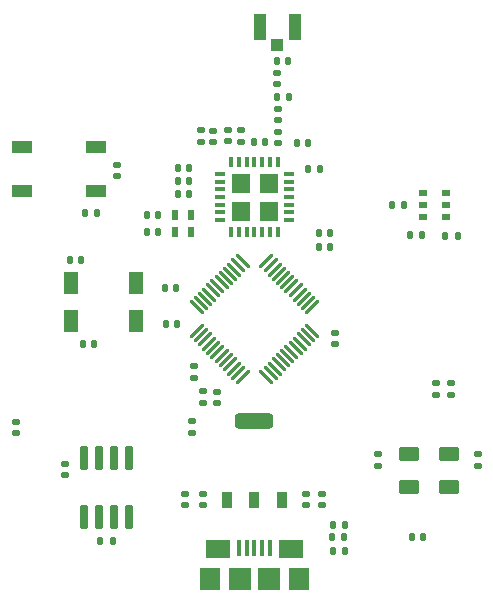
<source format=gbr>
%TF.GenerationSoftware,KiCad,Pcbnew,7.0.6-7.0.6~ubuntu22.04.1*%
%TF.CreationDate,2023-08-04T06:45:17-03:00*%
%TF.ProjectId,RF_Board,52465f42-6f61-4726-942e-6b696361645f,rev?*%
%TF.SameCoordinates,Original*%
%TF.FileFunction,Paste,Top*%
%TF.FilePolarity,Positive*%
%FSLAX46Y46*%
G04 Gerber Fmt 4.6, Leading zero omitted, Abs format (unit mm)*
G04 Created by KiCad (PCBNEW 7.0.6-7.0.6~ubuntu22.04.1) date 2023-08-04 06:45:17*
%MOMM*%
%LPD*%
G01*
G04 APERTURE LIST*
G04 Aperture macros list*
%AMRoundRect*
0 Rectangle with rounded corners*
0 $1 Rounding radius*
0 $2 $3 $4 $5 $6 $7 $8 $9 X,Y pos of 4 corners*
0 Add a 4 corners polygon primitive as box body*
4,1,4,$2,$3,$4,$5,$6,$7,$8,$9,$2,$3,0*
0 Add four circle primitives for the rounded corners*
1,1,$1+$1,$2,$3*
1,1,$1+$1,$4,$5*
1,1,$1+$1,$6,$7*
1,1,$1+$1,$8,$9*
0 Add four rect primitives between the rounded corners*
20,1,$1+$1,$2,$3,$4,$5,0*
20,1,$1+$1,$4,$5,$6,$7,0*
20,1,$1+$1,$6,$7,$8,$9,0*
20,1,$1+$1,$8,$9,$2,$3,0*%
G04 Aperture macros list end*
%ADD10C,0.010000*%
%ADD11RoundRect,0.250000X-0.625000X0.375000X-0.625000X-0.375000X0.625000X-0.375000X0.625000X0.375000X0*%
%ADD12RoundRect,0.147500X0.172500X-0.147500X0.172500X0.147500X-0.172500X0.147500X-0.172500X-0.147500X0*%
%ADD13RoundRect,0.140000X-0.140000X-0.170000X0.140000X-0.170000X0.140000X0.170000X-0.140000X0.170000X0*%
%ADD14RoundRect,0.135000X0.135000X0.185000X-0.135000X0.185000X-0.135000X-0.185000X0.135000X-0.185000X0*%
%ADD15RoundRect,0.135000X-0.135000X-0.185000X0.135000X-0.185000X0.135000X0.185000X-0.135000X0.185000X0*%
%ADD16RoundRect,0.140000X0.170000X-0.140000X0.170000X0.140000X-0.170000X0.140000X-0.170000X-0.140000X0*%
%ADD17RoundRect,0.140000X-0.170000X0.140000X-0.170000X-0.140000X0.170000X-0.140000X0.170000X0.140000X0*%
%ADD18RoundRect,0.147500X-0.147500X-0.172500X0.147500X-0.172500X0.147500X0.172500X-0.147500X0.172500X0*%
%ADD19RoundRect,0.135000X-0.185000X0.135000X-0.185000X-0.135000X0.185000X-0.135000X0.185000X0.135000X0*%
%ADD20RoundRect,0.140000X0.140000X0.170000X-0.140000X0.170000X-0.140000X-0.170000X0.140000X-0.170000X0*%
%ADD21RoundRect,0.250000X0.625000X-0.375000X0.625000X0.375000X-0.625000X0.375000X-0.625000X-0.375000X0*%
%ADD22RoundRect,0.135000X0.185000X-0.135000X0.185000X0.135000X-0.185000X0.135000X-0.185000X-0.135000X0*%
%ADD23RoundRect,0.012800X-0.392200X-0.147200X0.392200X-0.147200X0.392200X0.147200X-0.392200X0.147200X0*%
%ADD24RoundRect,0.012800X0.147200X-0.392200X0.147200X0.392200X-0.147200X0.392200X-0.147200X-0.392200X0*%
%ADD25R,0.400000X1.350000*%
%ADD26R,2.100000X1.600000*%
%ADD27R,1.800000X1.900000*%
%ADD28R,1.900000X1.900000*%
%ADD29RoundRect,0.042000X-0.258000X0.943000X-0.258000X-0.943000X0.258000X-0.943000X0.258000X0.943000X0*%
%ADD30R,0.609600X0.863600*%
%ADD31R,1.050000X2.200000*%
%ADD32R,1.000000X1.050000*%
%ADD33RoundRect,0.037100X-0.317900X-0.227900X0.317900X-0.227900X0.317900X0.227900X-0.317900X0.227900X0*%
%ADD34RoundRect,0.065100X0.399900X-0.589900X0.399900X0.589900X-0.399900X0.589900X-0.399900X-0.589900X0*%
%ADD35RoundRect,0.314400X1.305600X-0.340600X1.305600X0.340600X-1.305600X0.340600X-1.305600X-0.340600X0*%
%ADD36RoundRect,0.109200X0.496106X0.452548X0.452548X0.496106X-0.496106X-0.452548X-0.452548X-0.496106X0*%
%ADD37RoundRect,0.109200X0.452548X-0.496106X0.496106X-0.452548X-0.452548X0.496106X-0.496106X0.452548X0*%
%ADD38R,1.700000X1.000000*%
%ADD39R,1.300000X1.900000*%
G04 APERTURE END LIST*
%TO.C,U2*%
D10*
X197560000Y-62740000D02*
X196080000Y-62740000D01*
X196080000Y-61260000D01*
X197560000Y-61260000D01*
X197560000Y-62740000D01*
G36*
X197560000Y-62740000D02*
G01*
X196080000Y-62740000D01*
X196080000Y-61260000D01*
X197560000Y-61260000D01*
X197560000Y-62740000D01*
G37*
X197560000Y-65100000D02*
X196080000Y-65100000D01*
X196080000Y-63620000D01*
X197560000Y-63620000D01*
X197560000Y-65100000D01*
G36*
X197560000Y-65100000D02*
G01*
X196080000Y-65100000D01*
X196080000Y-63620000D01*
X197560000Y-63620000D01*
X197560000Y-65100000D01*
G37*
X199920000Y-62740000D02*
X198440000Y-62740000D01*
X198440000Y-61260000D01*
X199920000Y-61260000D01*
X199920000Y-62740000D01*
G36*
X199920000Y-62740000D02*
G01*
X198440000Y-62740000D01*
X198440000Y-61260000D01*
X199920000Y-61260000D01*
X199920000Y-62740000D01*
G37*
X199920000Y-65100000D02*
X198440000Y-65100000D01*
X198440000Y-63620000D01*
X199920000Y-63620000D01*
X199920000Y-65100000D01*
G36*
X199920000Y-65100000D02*
G01*
X198440000Y-65100000D01*
X198440000Y-63620000D01*
X199920000Y-63620000D01*
X199920000Y-65100000D01*
G37*
%TD*%
D11*
%TO.C,D2*%
X211120000Y-84910000D03*
X211120000Y-87710000D03*
%TD*%
D12*
%TO.C,L4*%
X199940000Y-53655000D03*
X199940000Y-52685000D03*
%TD*%
D13*
%TO.C,C38*%
X199910000Y-51680000D03*
X200870000Y-51680000D03*
%TD*%
D14*
%TO.C,R1*%
X184630000Y-64540000D03*
X183610000Y-64540000D03*
%TD*%
D15*
%TO.C,R5*%
X204620000Y-90930000D03*
X205640000Y-90930000D03*
%TD*%
D16*
%TO.C,C8*%
X202340000Y-89270000D03*
X202340000Y-88310000D03*
%TD*%
D17*
%TO.C,C10*%
X194520000Y-57560000D03*
X194520000Y-58520000D03*
%TD*%
D16*
%TO.C,C7*%
X203730000Y-89270000D03*
X203730000Y-88310000D03*
%TD*%
D13*
%TO.C,C18*%
X203470000Y-67450000D03*
X204430000Y-67450000D03*
%TD*%
%TO.C,C21*%
X209680000Y-63860000D03*
X210640000Y-63860000D03*
%TD*%
D18*
%TO.C,L2*%
X202555000Y-60855000D03*
X203525000Y-60855000D03*
%TD*%
D19*
%TO.C,R9*%
X208470000Y-84920000D03*
X208470000Y-85940000D03*
%TD*%
D17*
%TO.C,C31*%
X193670000Y-79650000D03*
X193670000Y-80610000D03*
%TD*%
D20*
%TO.C,C32*%
X191440000Y-73910000D03*
X190480000Y-73910000D03*
%TD*%
D15*
%TO.C,R7*%
X204620000Y-93140000D03*
X205640000Y-93140000D03*
%TD*%
D19*
%TO.C,R2*%
X192870000Y-77510000D03*
X192870000Y-78530000D03*
%TD*%
D20*
%TO.C,C9*%
X204420000Y-66200000D03*
X203460000Y-66200000D03*
%TD*%
D21*
%TO.C,D1*%
X214510000Y-87710000D03*
X214510000Y-84910000D03*
%TD*%
D12*
%TO.C,L3*%
X199950000Y-56675000D03*
X199950000Y-55705000D03*
%TD*%
D20*
%TO.C,C15*%
X202530000Y-58610000D03*
X201570000Y-58610000D03*
%TD*%
D13*
%TO.C,C39*%
X211310000Y-91980000D03*
X212270000Y-91980000D03*
%TD*%
D16*
%TO.C,C13*%
X195790000Y-58485000D03*
X195790000Y-57525000D03*
%TD*%
D13*
%TO.C,C3*%
X191510000Y-60750000D03*
X192470000Y-60750000D03*
%TD*%
D20*
%TO.C,C36*%
X184410000Y-75620000D03*
X183450000Y-75620000D03*
%TD*%
D22*
%TO.C,R4*%
X213375000Y-79945000D03*
X213375000Y-78925000D03*
%TD*%
D16*
%TO.C,C33*%
X177800000Y-83170000D03*
X177800000Y-82210000D03*
%TD*%
D23*
%TO.C,U2*%
X195045000Y-61230000D03*
X195045000Y-61880000D03*
X195045000Y-62530000D03*
X195045000Y-63180000D03*
X195045000Y-63830000D03*
X195045000Y-64480000D03*
X195045000Y-65130000D03*
D24*
X196050000Y-66135000D03*
X196700000Y-66135000D03*
X197350000Y-66135000D03*
X198000000Y-66135000D03*
X198650000Y-66135000D03*
X199300000Y-66135000D03*
X199950000Y-66135000D03*
D23*
X200955000Y-65130000D03*
X200955000Y-64480000D03*
X200955000Y-63830000D03*
X200955000Y-63180000D03*
X200955000Y-62530000D03*
X200955000Y-61880000D03*
X200955000Y-61230000D03*
D24*
X199950000Y-60225000D03*
X199300000Y-60225000D03*
X198650000Y-60225000D03*
X198000000Y-60225000D03*
X197350000Y-60225000D03*
X196700000Y-60225000D03*
X196050000Y-60225000D03*
%TD*%
D15*
%TO.C,R13*%
X214170000Y-66520000D03*
X215190000Y-66520000D03*
%TD*%
D16*
%TO.C,C40*%
X181980000Y-86760000D03*
X181980000Y-85800000D03*
%TD*%
D25*
%TO.C,J1*%
X196700000Y-92885000D03*
X197350000Y-92885000D03*
X198000000Y-92885000D03*
X198650000Y-92885000D03*
X199300000Y-92885000D03*
D26*
X194900000Y-93010000D03*
X201100000Y-93010000D03*
D27*
X194200000Y-95560000D03*
D28*
X196800000Y-95560000D03*
X199200000Y-95560000D03*
D27*
X201800000Y-95560000D03*
%TD*%
D19*
%TO.C,R3*%
X214615000Y-78925000D03*
X214615000Y-79945000D03*
%TD*%
D20*
%TO.C,C19*%
X191360000Y-70890000D03*
X190400000Y-70890000D03*
%TD*%
D16*
%TO.C,C14*%
X196850000Y-58505000D03*
X196850000Y-57545000D03*
%TD*%
D17*
%TO.C,C20*%
X204830000Y-74710000D03*
X204830000Y-75670000D03*
%TD*%
D14*
%TO.C,R10*%
X185980000Y-92300000D03*
X184960000Y-92300000D03*
%TD*%
D13*
%TO.C,C4*%
X191510000Y-62920000D03*
X192470000Y-62920000D03*
%TD*%
D29*
%TO.C,U4*%
X187385000Y-85305000D03*
X186115000Y-85305000D03*
X184845000Y-85305000D03*
X183575000Y-85305000D03*
X183575000Y-90245000D03*
X184845000Y-90245000D03*
X186115000Y-90245000D03*
X187385000Y-90245000D03*
%TD*%
D30*
%TO.C,XTAL1*%
X191295000Y-66153900D03*
X192645000Y-66153900D03*
X192645000Y-64706100D03*
X191295000Y-64706100D03*
%TD*%
D13*
%TO.C,C12*%
X191510000Y-61835000D03*
X192470000Y-61835000D03*
%TD*%
D17*
%TO.C,C37*%
X186400000Y-60450000D03*
X186400000Y-61410000D03*
%TD*%
D13*
%TO.C,C17*%
X199930000Y-54690000D03*
X200890000Y-54690000D03*
%TD*%
D19*
%TO.C,R8*%
X216920000Y-84920000D03*
X216920000Y-85940000D03*
%TD*%
D31*
%TO.C,J2*%
X198465000Y-48800000D03*
D32*
X199940000Y-50325000D03*
D31*
X201415000Y-48800000D03*
%TD*%
D15*
%TO.C,R6*%
X204600000Y-92010000D03*
X205620000Y-92010000D03*
%TD*%
D14*
%TO.C,R12*%
X212190000Y-66390000D03*
X211170000Y-66390000D03*
%TD*%
D16*
%TO.C,C6*%
X192090000Y-89270000D03*
X192090000Y-88310000D03*
%TD*%
D20*
%TO.C,C35*%
X183330000Y-68550000D03*
X182370000Y-68550000D03*
%TD*%
D33*
%TO.C,U5*%
X212235000Y-62870000D03*
X212235000Y-63870000D03*
X212235000Y-64870000D03*
X214205000Y-64870000D03*
X214205000Y-63870000D03*
X214205000Y-62870000D03*
%TD*%
D34*
%TO.C,U3*%
X195710000Y-88835000D03*
X198000000Y-88835000D03*
X200290000Y-88835000D03*
D35*
X198000000Y-82145000D03*
%TD*%
D36*
%TO.C,U1*%
X193099750Y-74531163D03*
X193453303Y-74884716D03*
X193806857Y-75238269D03*
X194160410Y-75591823D03*
X194513964Y-75945376D03*
X194867517Y-76298930D03*
X195221070Y-76652483D03*
X195574624Y-77006036D03*
X195928177Y-77359590D03*
X196281731Y-77713143D03*
X196635284Y-78066697D03*
X196988837Y-78420250D03*
D37*
X199011163Y-78420250D03*
X199364716Y-78066697D03*
X199718269Y-77713143D03*
X200071823Y-77359590D03*
X200425376Y-77006036D03*
X200778930Y-76652483D03*
X201132483Y-76298930D03*
X201486036Y-75945376D03*
X201839590Y-75591823D03*
X202193143Y-75238269D03*
X202546697Y-74884716D03*
X202900250Y-74531163D03*
D36*
X202900250Y-72508837D03*
X202546697Y-72155284D03*
X202193143Y-71801731D03*
X201839590Y-71448177D03*
X201486036Y-71094624D03*
X201132483Y-70741070D03*
X200778930Y-70387517D03*
X200425376Y-70033964D03*
X200071823Y-69680410D03*
X199718269Y-69326857D03*
X199364716Y-68973303D03*
X199011163Y-68619750D03*
D37*
X196988837Y-68619750D03*
X196635284Y-68973303D03*
X196281731Y-69326857D03*
X195928177Y-69680410D03*
X195574624Y-70033964D03*
X195221070Y-70387517D03*
X194867517Y-70741070D03*
X194513964Y-71094624D03*
X194160410Y-71448177D03*
X193806857Y-71801731D03*
X193453303Y-72155284D03*
X193099750Y-72508837D03*
%TD*%
D16*
%TO.C,C34*%
X192740000Y-83150000D03*
X192740000Y-82190000D03*
%TD*%
D20*
%TO.C,C2*%
X189850000Y-66150000D03*
X188890000Y-66150000D03*
%TD*%
D17*
%TO.C,C16*%
X199960000Y-57660000D03*
X199960000Y-58620000D03*
%TD*%
%TO.C,C11*%
X193470000Y-57550000D03*
X193470000Y-58510000D03*
%TD*%
D18*
%TO.C,L1*%
X197935000Y-58570000D03*
X198905000Y-58570000D03*
%TD*%
D16*
%TO.C,C5*%
X193670000Y-89270000D03*
X193670000Y-88310000D03*
%TD*%
D38*
%TO.C,SW1*%
X178300000Y-58920000D03*
X184600000Y-58920000D03*
X178300000Y-62720000D03*
X184600000Y-62720000D03*
%TD*%
D20*
%TO.C,C1*%
X189840000Y-64680000D03*
X188880000Y-64680000D03*
%TD*%
D39*
%TO.C,Y2*%
X182440000Y-73650000D03*
X187940000Y-73650000D03*
X187940000Y-70450000D03*
X182440000Y-70450000D03*
%TD*%
D17*
%TO.C,C30*%
X194790000Y-79660000D03*
X194790000Y-80620000D03*
%TD*%
M02*

</source>
